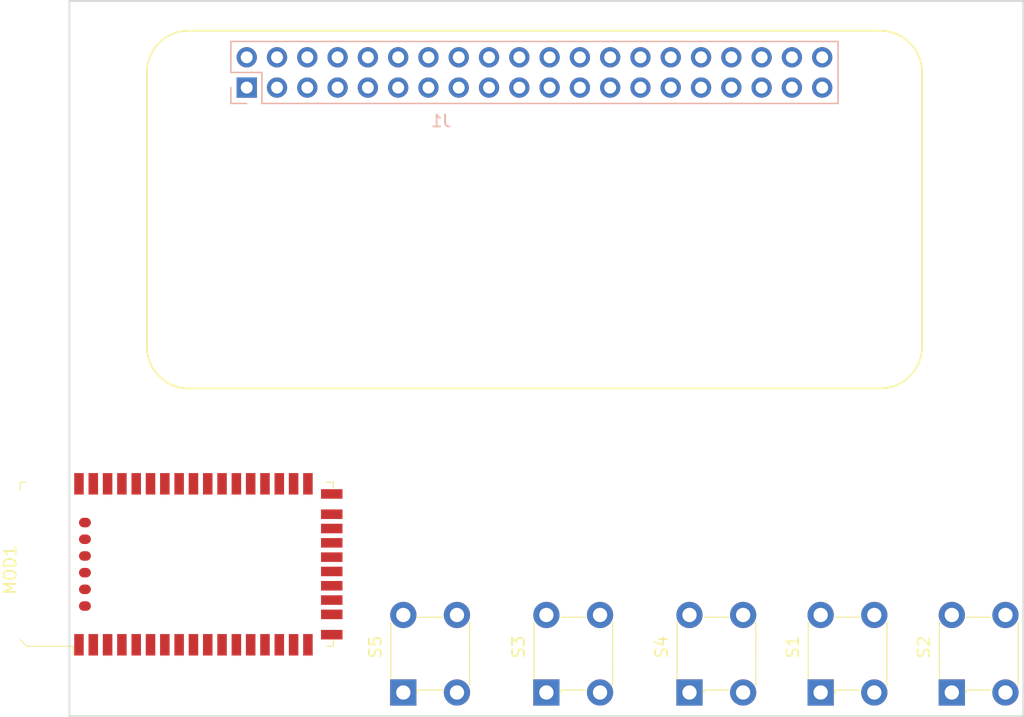
<source format=kicad_pcb>
(kicad_pcb (version 20171130) (host pcbnew "(5.1.5-0)")

  (general
    (thickness 1.6)
    (drawings 21)
    (tracks 0)
    (zones 0)
    (modules 11)
    (nets 11)
  )

  (page A4)
  (title_block
    (title "Raspberry Pi Zero (W) uHAT Template Board")
    (date 2019-02-28)
    (rev 1.0)
    (comment 1 "This PCB design is licensed under MIT Open Source License.")
  )

  (layers
    (0 F.Cu signal)
    (31 B.Cu signal)
    (32 B.Adhes user)
    (33 F.Adhes user)
    (34 B.Paste user)
    (35 F.Paste user)
    (36 B.SilkS user)
    (37 F.SilkS user)
    (38 B.Mask user)
    (39 F.Mask user)
    (40 Dwgs.User user)
    (41 Cmts.User user hide)
    (42 Eco1.User user)
    (43 Eco2.User user)
    (44 Edge.Cuts user)
    (45 Margin user)
    (46 B.CrtYd user)
    (47 F.CrtYd user)
    (48 B.Fab user hide)
    (49 F.Fab user hide)
  )

  (setup
    (last_trace_width 0.25)
    (trace_clearance 0.2)
    (zone_clearance 0.508)
    (zone_45_only no)
    (trace_min 0.2)
    (via_size 0.8)
    (via_drill 0.4)
    (via_min_size 0.4)
    (via_min_drill 0.3)
    (uvia_size 0.3)
    (uvia_drill 0.1)
    (uvias_allowed no)
    (uvia_min_size 0.2)
    (uvia_min_drill 0.1)
    (edge_width 0.15)
    (segment_width 0.2)
    (pcb_text_width 0.3)
    (pcb_text_size 1.5 1.5)
    (mod_edge_width 0.15)
    (mod_text_size 1 1)
    (mod_text_width 0.15)
    (pad_size 1.524 1.524)
    (pad_drill 0.762)
    (pad_to_mask_clearance 0.051)
    (solder_mask_min_width 0.25)
    (aux_axis_origin 121.032 90.568)
    (grid_origin 121.032 94.568)
    (visible_elements FFFFFF7F)
    (pcbplotparams
      (layerselection 0x010fc_ffffffff)
      (usegerberextensions false)
      (usegerberattributes false)
      (usegerberadvancedattributes false)
      (creategerberjobfile false)
      (excludeedgelayer true)
      (linewidth 0.100000)
      (plotframeref false)
      (viasonmask false)
      (mode 1)
      (useauxorigin false)
      (hpglpennumber 1)
      (hpglpenspeed 20)
      (hpglpendiameter 15.000000)
      (psnegative false)
      (psa4output false)
      (plotreference true)
      (plotvalue true)
      (plotinvisibletext false)
      (padsonsilk false)
      (subtractmaskfromsilk false)
      (outputformat 1)
      (mirror false)
      (drillshape 1)
      (scaleselection 1)
      (outputdirectory ""))
  )

  (net 0 "")
  (net 1 +3V3)
  (net 2 +5V)
  (net 3 GND)
  (net 4 /GPIO14_TXD0)
  (net 5 /GPIO15_RXD0)
  (net 6 /VOL_UP)
  (net 7 /NXT_TRK)
  (net 8 /PLY_PS)
  (net 9 /PREV_TRK)
  (net 10 /VOL_DWN)

  (net_class Default "This is the default net class."
    (clearance 0.2)
    (trace_width 0.25)
    (via_dia 0.8)
    (via_drill 0.4)
    (uvia_dia 0.3)
    (uvia_drill 0.1)
    (add_net +3V3)
    (add_net +5V)
    (add_net /GPIO10_SPI_MOSI)
    (add_net /GPIO11_SPI_SCLK)
    (add_net /GPIO12)
    (add_net /GPIO13)
    (add_net /GPIO14_TXD0)
    (add_net /GPIO15_RXD0)
    (add_net /GPIO16)
    (add_net /GPIO17_GEN0)
    (add_net /GPIO18_GEN1)
    (add_net /GPIO19)
    (add_net /GPIO20)
    (add_net /GPIO21)
    (add_net /GPIO22_GEN3)
    (add_net /GPIO23_GEN4)
    (add_net /GPIO24_GEN5)
    (add_net /GPIO25_GEN6)
    (add_net /GPIO26)
    (add_net /GPIO27_GEN2)
    (add_net /GPIO2_SDA1)
    (add_net /GPIO3_SCL1)
    (add_net /GPIO4_GPIO_GCLK)
    (add_net /GPIO5)
    (add_net /GPIO6)
    (add_net /GPIO7_SPI_CE1_N)
    (add_net /GPIO8_SPI_CE0_N)
    (add_net /GPIO9_SPI_MISO)
    (add_net /ID_SC)
    (add_net /ID_SD)
    (add_net /NXT_TRK)
    (add_net /PLY_PS)
    (add_net /PREV_TRK)
    (add_net /SPK_L+)
    (add_net /SPK_L-)
    (add_net /SPK_R+)
    (add_net /SPK_R-)
    (add_net /VOL_DWN)
    (add_net /VOL_UP)
    (add_net GND)
    (add_net GNDA)
    (add_net "Net-(MOD1-Pad1)")
    (add_net "Net-(MOD1-Pad11)")
    (add_net "Net-(MOD1-Pad12)")
    (add_net "Net-(MOD1-Pad13)")
    (add_net "Net-(MOD1-Pad14)")
    (add_net "Net-(MOD1-Pad16)")
    (add_net "Net-(MOD1-Pad18)")
    (add_net "Net-(MOD1-Pad19)")
    (add_net "Net-(MOD1-Pad2)")
    (add_net "Net-(MOD1-Pad20)")
    (add_net "Net-(MOD1-Pad21)")
    (add_net "Net-(MOD1-Pad23)")
    (add_net "Net-(MOD1-Pad24)")
    (add_net "Net-(MOD1-Pad25)")
    (add_net "Net-(MOD1-Pad26)")
    (add_net "Net-(MOD1-Pad27)")
    (add_net "Net-(MOD1-Pad28)")
    (add_net "Net-(MOD1-Pad29)")
    (add_net "Net-(MOD1-Pad3)")
    (add_net "Net-(MOD1-Pad30)")
    (add_net "Net-(MOD1-Pad31)")
    (add_net "Net-(MOD1-Pad32)")
    (add_net "Net-(MOD1-Pad33)")
    (add_net "Net-(MOD1-Pad34)")
    (add_net "Net-(MOD1-Pad35)")
    (add_net "Net-(MOD1-Pad36)")
    (add_net "Net-(MOD1-Pad37)")
    (add_net "Net-(MOD1-Pad38)")
    (add_net "Net-(MOD1-Pad4)")
    (add_net "Net-(MOD1-Pad44)")
    (add_net "Net-(MOD1-Pad45)")
    (add_net "Net-(MOD1-Pad46)")
    (add_net "Net-(MOD1-Pad47)")
    (add_net "Net-(MOD1-Pad48)")
    (add_net "Net-(MOD1-Pad49)")
    (add_net "Net-(MOD1-Pad5)")
    (add_net "Net-(MOD1-Pad50)")
    (add_net "Net-(S1-Pad1)")
    (add_net "Net-(S1-Pad3)")
    (add_net "Net-(S2-Pad1)")
    (add_net "Net-(S2-Pad3)")
    (add_net "Net-(S3-Pad1)")
    (add_net "Net-(S3-Pad3)")
    (add_net "Net-(S4-Pad1)")
    (add_net "Net-(S4-Pad3)")
    (add_net "Net-(S5-Pad1)")
    (add_net "Net-(S5-Pad3)")
  )

  (module digikey-footprints:Switch_Tactile_THT_6x6mm (layer F.Cu) (tedit 5FA857FC) (tstamp 5FA88EA7)
    (at 185.032 142.568 90)
    (descr http://www.te.com/commerce/DocumentDelivery/DDEController?Action=srchrtrv&DocNm=1825910&DocType=Customer+Drawing&DocLang=English)
    (path /5FB429D8)
    (fp_text reference S2 (at 3.81 -2.3368 90) (layer F.SilkS)
      (effects (font (size 1 1) (thickness 0.15)))
    )
    (fp_text value 1825910-6 (at 3.6322 7.0866 90) (layer F.Fab)
      (effects (font (size 1 1) (thickness 0.15)))
    )
    (fp_line (start 0.25 -1) (end 6.25 -1) (layer F.Fab) (width 0.1))
    (fp_line (start 6.25 -1) (end 6.25 5.5) (layer F.Fab) (width 0.1))
    (fp_line (start 6.25 5.5) (end 0.25 5.5) (layer F.Fab) (width 0.1))
    (fp_line (start 0.25 -1) (end 0.25 5.5) (layer F.Fab) (width 0.1))
    (fp_text user %R (at 3.3782 2.286 90) (layer F.Fab)
      (effects (font (size 1 1) (thickness 0.15)))
    )
    (fp_line (start 7.85 -1.35) (end 7.85 5.85) (layer F.CrtYd) (width 0.05))
    (fp_line (start 7.85 5.85) (end -1.35 5.85) (layer F.CrtYd) (width 0.05))
    (fp_line (start 7.85 -1.35) (end -1.35 -1.35) (layer F.CrtYd) (width 0.05))
    (fp_line (start -1.35 -1.35) (end -1.35 5.85) (layer F.CrtYd) (width 0.05))
    (fp_line (start 1.2 -1.0414) (end 5.8674 -1.0414) (layer F.SilkS) (width 0.1))
    (fp_line (start 0.2032 1.1938) (end 0.2032 3.302) (layer F.SilkS) (width 0.1))
    (fp_line (start 6.3092 1.2048) (end 6.3092 3.3) (layer F.SilkS) (width 0.1))
    (fp_line (start 5.8928 5.5626) (end 0.6 5.5528) (layer F.SilkS) (width 0.1))
    (fp_line (start 0.2032 1.2004) (end -0.0468 1.2004) (layer F.SilkS) (width 0.1))
    (pad 3 thru_hole circle (at 0 4.5 90) (size 2.2 2.2) (drill 1.2) (layers *.Cu *.Mask))
    (pad 4 thru_hole circle (at 6.5 4.5 90) (size 2.2 2.2) (drill 1.2) (layers *.Cu *.Mask)
      (net 3 GND))
    (pad 2 thru_hole circle (at 6.5 0 90) (size 2.2 2.2) (drill 1.2) (layers *.Cu *.Mask)
      (net 10 /VOL_DWN))
    (pad 1 thru_hole rect (at 0 0 90) (size 2.2 2.2) (drill 1.2) (layers *.Cu *.Mask))
    (model "/Users/paul.lebel/Google Drive File Stream/My Drive/Personal/RainbowPlay/1825910-6--3DModel-STEP-56544.STEP"
      (offset (xyz 3.25 -2 0.25))
      (scale (xyz 1 1 1))
      (rotate (xyz -90 0 90))
    )
  )

  (module digikey-footprints:Switch_Tactile_THT_6x6mm (layer F.Cu) (tedit 5FA857FC) (tstamp 5FA88E91)
    (at 174.032 142.568 90)
    (descr http://www.te.com/commerce/DocumentDelivery/DDEController?Action=srchrtrv&DocNm=1825910&DocType=Customer+Drawing&DocLang=English)
    (path /5FBD51D1)
    (fp_text reference S1 (at 3.81 -2.3368 90) (layer F.SilkS)
      (effects (font (size 1 1) (thickness 0.15)))
    )
    (fp_text value 1825910-6 (at 3.6322 7.0866 90) (layer F.Fab)
      (effects (font (size 1 1) (thickness 0.15)))
    )
    (fp_line (start 0.25 -1) (end 6.25 -1) (layer F.Fab) (width 0.1))
    (fp_line (start 6.25 -1) (end 6.25 5.5) (layer F.Fab) (width 0.1))
    (fp_line (start 6.25 5.5) (end 0.25 5.5) (layer F.Fab) (width 0.1))
    (fp_line (start 0.25 -1) (end 0.25 5.5) (layer F.Fab) (width 0.1))
    (fp_text user %R (at 3.3782 2.286 90) (layer F.Fab)
      (effects (font (size 1 1) (thickness 0.15)))
    )
    (fp_line (start 7.85 -1.35) (end 7.85 5.85) (layer F.CrtYd) (width 0.05))
    (fp_line (start 7.85 5.85) (end -1.35 5.85) (layer F.CrtYd) (width 0.05))
    (fp_line (start 7.85 -1.35) (end -1.35 -1.35) (layer F.CrtYd) (width 0.05))
    (fp_line (start -1.35 -1.35) (end -1.35 5.85) (layer F.CrtYd) (width 0.05))
    (fp_line (start 1.2 -1.0414) (end 5.8674 -1.0414) (layer F.SilkS) (width 0.1))
    (fp_line (start 0.2032 1.1938) (end 0.2032 3.302) (layer F.SilkS) (width 0.1))
    (fp_line (start 6.3092 1.2048) (end 6.3092 3.3) (layer F.SilkS) (width 0.1))
    (fp_line (start 5.8928 5.5626) (end 0.6 5.5528) (layer F.SilkS) (width 0.1))
    (fp_line (start 0.2032 1.2004) (end -0.0468 1.2004) (layer F.SilkS) (width 0.1))
    (pad 3 thru_hole circle (at 0 4.5 90) (size 2.2 2.2) (drill 1.2) (layers *.Cu *.Mask))
    (pad 4 thru_hole circle (at 6.5 4.5 90) (size 2.2 2.2) (drill 1.2) (layers *.Cu *.Mask)
      (net 3 GND))
    (pad 2 thru_hole circle (at 6.5 0 90) (size 2.2 2.2) (drill 1.2) (layers *.Cu *.Mask)
      (net 6 /VOL_UP))
    (pad 1 thru_hole rect (at 0 0 90) (size 2.2 2.2) (drill 1.2) (layers *.Cu *.Mask))
    (model "/Users/paul.lebel/Google Drive File Stream/My Drive/Personal/RainbowPlay/1825910-6--3DModel-STEP-56544.STEP"
      (offset (xyz 3.25 -2 0.25))
      (scale (xyz 1 1 1))
      (rotate (xyz -90 0 90))
    )
  )

  (module digikey-footprints:Switch_Tactile_THT_6x6mm (layer F.Cu) (tedit 5FA857FC) (tstamp 5FA88ED3)
    (at 163.032 142.568 90)
    (descr http://www.te.com/commerce/DocumentDelivery/DDEController?Action=srchrtrv&DocNm=1825910&DocType=Customer+Drawing&DocLang=English)
    (path /5FB40DF4)
    (fp_text reference S4 (at 3.81 -2.3368 90) (layer F.SilkS)
      (effects (font (size 1 1) (thickness 0.15)))
    )
    (fp_text value 1825910-6 (at 3.6322 7.0866 90) (layer F.Fab)
      (effects (font (size 1 1) (thickness 0.15)))
    )
    (fp_line (start 0.25 -1) (end 6.25 -1) (layer F.Fab) (width 0.1))
    (fp_line (start 6.25 -1) (end 6.25 5.5) (layer F.Fab) (width 0.1))
    (fp_line (start 6.25 5.5) (end 0.25 5.5) (layer F.Fab) (width 0.1))
    (fp_line (start 0.25 -1) (end 0.25 5.5) (layer F.Fab) (width 0.1))
    (fp_text user %R (at 3.3782 2.286 90) (layer F.Fab)
      (effects (font (size 1 1) (thickness 0.15)))
    )
    (fp_line (start 7.85 -1.35) (end 7.85 5.85) (layer F.CrtYd) (width 0.05))
    (fp_line (start 7.85 5.85) (end -1.35 5.85) (layer F.CrtYd) (width 0.05))
    (fp_line (start 7.85 -1.35) (end -1.35 -1.35) (layer F.CrtYd) (width 0.05))
    (fp_line (start -1.35 -1.35) (end -1.35 5.85) (layer F.CrtYd) (width 0.05))
    (fp_line (start 1.2 -1.0414) (end 5.8674 -1.0414) (layer F.SilkS) (width 0.1))
    (fp_line (start 0.2032 1.1938) (end 0.2032 3.302) (layer F.SilkS) (width 0.1))
    (fp_line (start 6.3092 1.2048) (end 6.3092 3.3) (layer F.SilkS) (width 0.1))
    (fp_line (start 5.8928 5.5626) (end 0.6 5.5528) (layer F.SilkS) (width 0.1))
    (fp_line (start 0.2032 1.2004) (end -0.0468 1.2004) (layer F.SilkS) (width 0.1))
    (pad 3 thru_hole circle (at 0 4.5 90) (size 2.2 2.2) (drill 1.2) (layers *.Cu *.Mask))
    (pad 4 thru_hole circle (at 6.5 4.5 90) (size 2.2 2.2) (drill 1.2) (layers *.Cu *.Mask)
      (net 3 GND))
    (pad 2 thru_hole circle (at 6.5 0 90) (size 2.2 2.2) (drill 1.2) (layers *.Cu *.Mask)
      (net 7 /NXT_TRK))
    (pad 1 thru_hole rect (at 0 0 90) (size 2.2 2.2) (drill 1.2) (layers *.Cu *.Mask))
    (model "/Users/paul.lebel/Google Drive File Stream/My Drive/Personal/RainbowPlay/1825910-6--3DModel-STEP-56544.STEP"
      (offset (xyz 3.25 -2 0.25))
      (scale (xyz 1 1 1))
      (rotate (xyz -90 0 90))
    )
  )

  (module digikey-footprints:Switch_Tactile_THT_6x6mm (layer F.Cu) (tedit 5FA857FC) (tstamp 5FA88EBD)
    (at 151.032 142.568 90)
    (descr http://www.te.com/commerce/DocumentDelivery/DDEController?Action=srchrtrv&DocNm=1825910&DocType=Customer+Drawing&DocLang=English)
    (path /5FB405EB)
    (fp_text reference S3 (at 3.81 -2.3368 90) (layer F.SilkS)
      (effects (font (size 1 1) (thickness 0.15)))
    )
    (fp_text value 1825910-6 (at 3.6322 7.0866 90) (layer F.Fab)
      (effects (font (size 1 1) (thickness 0.15)))
    )
    (fp_line (start 0.25 -1) (end 6.25 -1) (layer F.Fab) (width 0.1))
    (fp_line (start 6.25 -1) (end 6.25 5.5) (layer F.Fab) (width 0.1))
    (fp_line (start 6.25 5.5) (end 0.25 5.5) (layer F.Fab) (width 0.1))
    (fp_line (start 0.25 -1) (end 0.25 5.5) (layer F.Fab) (width 0.1))
    (fp_text user %R (at 3.3782 2.286 90) (layer F.Fab)
      (effects (font (size 1 1) (thickness 0.15)))
    )
    (fp_line (start 7.85 -1.35) (end 7.85 5.85) (layer F.CrtYd) (width 0.05))
    (fp_line (start 7.85 5.85) (end -1.35 5.85) (layer F.CrtYd) (width 0.05))
    (fp_line (start 7.85 -1.35) (end -1.35 -1.35) (layer F.CrtYd) (width 0.05))
    (fp_line (start -1.35 -1.35) (end -1.35 5.85) (layer F.CrtYd) (width 0.05))
    (fp_line (start 1.2 -1.0414) (end 5.8674 -1.0414) (layer F.SilkS) (width 0.1))
    (fp_line (start 0.2032 1.1938) (end 0.2032 3.302) (layer F.SilkS) (width 0.1))
    (fp_line (start 6.3092 1.2048) (end 6.3092 3.3) (layer F.SilkS) (width 0.1))
    (fp_line (start 5.8928 5.5626) (end 0.6 5.5528) (layer F.SilkS) (width 0.1))
    (fp_line (start 0.2032 1.2004) (end -0.0468 1.2004) (layer F.SilkS) (width 0.1))
    (pad 3 thru_hole circle (at 0 4.5 90) (size 2.2 2.2) (drill 1.2) (layers *.Cu *.Mask))
    (pad 4 thru_hole circle (at 6.5 4.5 90) (size 2.2 2.2) (drill 1.2) (layers *.Cu *.Mask)
      (net 3 GND))
    (pad 2 thru_hole circle (at 6.5 0 90) (size 2.2 2.2) (drill 1.2) (layers *.Cu *.Mask)
      (net 9 /PREV_TRK))
    (pad 1 thru_hole rect (at 0 0 90) (size 2.2 2.2) (drill 1.2) (layers *.Cu *.Mask))
    (model "/Users/paul.lebel/Google Drive File Stream/My Drive/Personal/RainbowPlay/1825910-6--3DModel-STEP-56544.STEP"
      (offset (xyz 3.25 -2 0.25))
      (scale (xyz 1 1 1))
      (rotate (xyz -90 0 90))
    )
  )

  (module digikey-footprints:Switch_Tactile_THT_6x6mm (layer F.Cu) (tedit 5FA857FC) (tstamp 5FA88EE9)
    (at 139.032 142.568 90)
    (descr http://www.te.com/commerce/DocumentDelivery/DDEController?Action=srchrtrv&DocNm=1825910&DocType=Customer+Drawing&DocLang=English)
    (path /5FB41B19)
    (fp_text reference S5 (at 3.81 -2.3368 90) (layer F.SilkS)
      (effects (font (size 1 1) (thickness 0.15)))
    )
    (fp_text value 1825910-6 (at 3.6322 7.0866 90) (layer F.Fab)
      (effects (font (size 1 1) (thickness 0.15)))
    )
    (fp_line (start 0.25 -1) (end 6.25 -1) (layer F.Fab) (width 0.1))
    (fp_line (start 6.25 -1) (end 6.25 5.5) (layer F.Fab) (width 0.1))
    (fp_line (start 6.25 5.5) (end 0.25 5.5) (layer F.Fab) (width 0.1))
    (fp_line (start 0.25 -1) (end 0.25 5.5) (layer F.Fab) (width 0.1))
    (fp_text user %R (at 3.3782 2.286 90) (layer F.Fab)
      (effects (font (size 1 1) (thickness 0.15)))
    )
    (fp_line (start 7.85 -1.35) (end 7.85 5.85) (layer F.CrtYd) (width 0.05))
    (fp_line (start 7.85 5.85) (end -1.35 5.85) (layer F.CrtYd) (width 0.05))
    (fp_line (start 7.85 -1.35) (end -1.35 -1.35) (layer F.CrtYd) (width 0.05))
    (fp_line (start -1.35 -1.35) (end -1.35 5.85) (layer F.CrtYd) (width 0.05))
    (fp_line (start 1.2 -1.0414) (end 5.8674 -1.0414) (layer F.SilkS) (width 0.1))
    (fp_line (start 0.2032 1.1938) (end 0.2032 3.302) (layer F.SilkS) (width 0.1))
    (fp_line (start 6.3092 1.2048) (end 6.3092 3.3) (layer F.SilkS) (width 0.1))
    (fp_line (start 5.8928 5.5626) (end 0.6 5.5528) (layer F.SilkS) (width 0.1))
    (fp_line (start 0.2032 1.2004) (end -0.0468 1.2004) (layer F.SilkS) (width 0.1))
    (pad 3 thru_hole circle (at 0 4.5 90) (size 2.2 2.2) (drill 1.2) (layers *.Cu *.Mask))
    (pad 4 thru_hole circle (at 6.5 4.5 90) (size 2.2 2.2) (drill 1.2) (layers *.Cu *.Mask)
      (net 3 GND))
    (pad 2 thru_hole circle (at 6.5 0 90) (size 2.2 2.2) (drill 1.2) (layers *.Cu *.Mask)
      (net 8 /PLY_PS))
    (pad 1 thru_hole rect (at 0 0 90) (size 2.2 2.2) (drill 1.2) (layers *.Cu *.Mask))
    (model "/Users/paul.lebel/Google Drive File Stream/My Drive/Personal/RainbowPlay/1825910-6--3DModel-STEP-56544.STEP"
      (offset (xyz 3.25 -2 0.25))
      (scale (xyz 1 1 1))
      (rotate (xyz -90 0 90))
    )
  )

  (module digikey-footprints:Bluetooth_Module_RN52-IRM (layer F.Cu) (tedit 5D288E6B) (tstamp 5FA88E7B)
    (at 133.032 138.568 90)
    (path /5FA96E11)
    (attr smd)
    (fp_text reference MOD1 (at 6.275 -26.975 90) (layer F.SilkS)
      (effects (font (size 1 1) (thickness 0.15)))
    )
    (fp_text value RN52-I_RM (at 6.575 2.05 90) (layer F.Fab)
      (effects (font (size 1 1) (thickness 0.15)))
    )
    (fp_line (start 13.5 -26) (end 13.5 0) (layer F.Fab) (width 0.1))
    (fp_line (start 13.5 0) (end 0 0) (layer F.Fab) (width 0.1))
    (fp_line (start 0.475 -26) (end 0 -25.525) (layer F.Fab) (width 0.1))
    (fp_line (start 0.475 -26) (end 13.5 -26) (layer F.Fab) (width 0.1))
    (fp_line (start 0 -25.525) (end 0 0) (layer F.Fab) (width 0.1))
    (fp_line (start -0.125 -21.675) (end -0.85 -21.675) (layer F.SilkS) (width 0.1))
    (fp_line (start -0.125 -25.575) (end -0.125 -21.675) (layer F.SilkS) (width 0.1))
    (fp_line (start 0.425 -26.125) (end -0.125 -25.575) (layer F.SilkS) (width 0.1))
    (fp_line (start 13.625 -26.125) (end 13.625 -25.625) (layer F.SilkS) (width 0.1))
    (fp_line (start 13 -26.125) (end 13.625 -26.125) (layer F.SilkS) (width 0.1))
    (fp_line (start 13.625 0.125) (end 13.625 -0.425) (layer F.SilkS) (width 0.1))
    (fp_line (start 13.075 0.125) (end 13.625 0.125) (layer F.SilkS) (width 0.1))
    (fp_line (start -0.125 0.125) (end -0.125 -0.425) (layer F.SilkS) (width 0.1))
    (fp_line (start 0.4 0.125) (end -0.125 0.125) (layer F.SilkS) (width 0.1))
    (fp_text user %R (at 6.075 -12.025 90) (layer F.Fab)
      (effects (font (size 1 1) (thickness 0.15)))
    )
    (fp_line (start 14.65 -26.3) (end -1.15 -26.3) (layer F.CrtYd) (width 0.05))
    (fp_line (start -1.15 -26.3) (end -1.15 1.15) (layer F.CrtYd) (width 0.05))
    (fp_line (start -1.15 1.15) (end 14.65 1.15) (layer F.CrtYd) (width 0.05))
    (fp_line (start 14.65 1.15) (end 14.65 -26.3) (layer F.CrtYd) (width 0.05))
    (pad 45 smd oval (at 10.25 -20.7 90) (size 0.8 1) (layers F.Cu F.Paste F.Mask))
    (pad 46 smd oval (at 8.85 -20.7 90) (size 0.8 1) (layers F.Cu F.Paste F.Mask))
    (pad 47 smd oval (at 7.45 -20.7 90) (size 0.8 1) (layers F.Cu F.Paste F.Mask))
    (pad 48 smd oval (at 6.05 -20.7 90) (size 0.8 1) (layers F.Cu F.Paste F.Mask))
    (pad 49 smd oval (at 4.65 -20.7 90) (size 0.8 1) (layers F.Cu F.Paste F.Mask))
    (pad 50 smd oval (at 3.25 -20.7 90) (size 0.8 1) (layers F.Cu F.Paste F.Mask))
    (pad 27 smd rect (at 12.65 0 90) (size 0.8 1.8) (layers F.Cu F.Paste F.Mask))
    (pad 26 smd rect (at 10.95 0 90) (size 0.8 1.8) (layers F.Cu F.Paste F.Mask))
    (pad 25 smd rect (at 9.75 0 90) (size 0.8 1.8) (layers F.Cu F.Paste F.Mask))
    (pad 24 smd rect (at 8.55 0 90) (size 0.8 1.8) (layers F.Cu F.Paste F.Mask))
    (pad 23 smd rect (at 7.35 0 90) (size 0.8 1.8) (layers F.Cu F.Paste F.Mask))
    (pad 22 smd rect (at 6.15 0 90) (size 0.8 1.8) (layers F.Cu F.Paste F.Mask)
      (net 1 +3V3))
    (pad 21 smd rect (at 4.95 0 90) (size 0.8 1.8) (layers F.Cu F.Paste F.Mask))
    (pad 20 smd rect (at 3.75 0 90) (size 0.8 1.8) (layers F.Cu F.Paste F.Mask))
    (pad 19 smd rect (at 2.55 0 90) (size 0.8 1.8) (layers F.Cu F.Paste F.Mask))
    (pad 18 smd rect (at 0.85 0 90) (size 0.8 1.8) (layers F.Cu F.Paste F.Mask))
    (pad 44 smd rect (at 13.5 -21.2 90) (size 1.8 0.8) (layers F.Cu F.Paste F.Mask))
    (pad 43 smd rect (at 13.5 -20 90) (size 1.8 0.8) (layers F.Cu F.Paste F.Mask))
    (pad 42 smd rect (at 13.5 -18.8 90) (size 1.8 0.8) (layers F.Cu F.Paste F.Mask))
    (pad 41 smd rect (at 13.5 -17.6 90) (size 1.8 0.8) (layers F.Cu F.Paste F.Mask))
    (pad 40 smd rect (at 13.5 -16.4 90) (size 1.8 0.8) (layers F.Cu F.Paste F.Mask))
    (pad 39 smd rect (at 13.5 -15.2 90) (size 1.8 0.8) (layers F.Cu F.Paste F.Mask))
    (pad 38 smd rect (at 13.5 -14 90) (size 1.8 0.8) (layers F.Cu F.Paste F.Mask))
    (pad 37 smd rect (at 13.5 -12.8 90) (size 1.8 0.8) (layers F.Cu F.Paste F.Mask))
    (pad 36 smd rect (at 13.5 -11.6 90) (size 1.8 0.8) (layers F.Cu F.Paste F.Mask))
    (pad 35 smd rect (at 13.5 -10.4 90) (size 1.8 0.8) (layers F.Cu F.Paste F.Mask))
    (pad 34 smd rect (at 13.5 -9.2 90) (size 1.8 0.8) (layers F.Cu F.Paste F.Mask))
    (pad 33 smd rect (at 13.5 -8 90) (size 1.8 0.8) (layers F.Cu F.Paste F.Mask))
    (pad 32 smd rect (at 13.5 -6.8 90) (size 1.8 0.8) (layers F.Cu F.Paste F.Mask))
    (pad 31 smd rect (at 13.5 -5.6 90) (size 1.8 0.8) (layers F.Cu F.Paste F.Mask))
    (pad 30 smd rect (at 13.5 -4.4 90) (size 1.8 0.8) (layers F.Cu F.Paste F.Mask))
    (pad 29 smd rect (at 13.5 -3.2 90) (size 1.8 0.8) (layers F.Cu F.Paste F.Mask))
    (pad 28 smd rect (at 13.5 -2 90) (size 1.8 0.8) (layers F.Cu F.Paste F.Mask))
    (pad 1 smd rect (at 0 -21.2 90) (size 1.8 0.8) (layers F.Cu F.Paste F.Mask))
    (pad 2 smd rect (at 0 -20 90) (size 1.8 0.8) (layers F.Cu F.Paste F.Mask))
    (pad 3 smd rect (at 0 -18.8 90) (size 1.8 0.8) (layers F.Cu F.Paste F.Mask))
    (pad 4 smd rect (at 0 -17.6 90) (size 1.8 0.8) (layers F.Cu F.Paste F.Mask))
    (pad 5 smd rect (at 0 -16.4 90) (size 1.8 0.8) (layers F.Cu F.Paste F.Mask))
    (pad 6 smd rect (at 0 -15.2 90) (size 1.8 0.8) (layers F.Cu F.Paste F.Mask)
      (net 6 /VOL_UP))
    (pad 7 smd rect (at 0 -14 90) (size 1.8 0.8) (layers F.Cu F.Paste F.Mask)
      (net 7 /NXT_TRK))
    (pad 8 smd rect (at 0 -12.8 90) (size 1.8 0.8) (layers F.Cu F.Paste F.Mask)
      (net 8 /PLY_PS))
    (pad 9 smd rect (at 0 -11.6 90) (size 1.8 0.8) (layers F.Cu F.Paste F.Mask)
      (net 9 /PREV_TRK))
    (pad 10 smd rect (at 0 -10.4 90) (size 1.8 0.8) (layers F.Cu F.Paste F.Mask)
      (net 10 /VOL_DWN))
    (pad 11 smd rect (at 0 -9.2 90) (size 1.8 0.8) (layers F.Cu F.Paste F.Mask))
    (pad 12 smd rect (at 0 -8 90) (size 1.8 0.8) (layers F.Cu F.Paste F.Mask))
    (pad 13 smd rect (at 0 -6.8 90) (size 1.8 0.8) (layers F.Cu F.Paste F.Mask))
    (pad 14 smd rect (at 0 -5.6 90) (size 1.8 0.8) (layers F.Cu F.Paste F.Mask))
    (pad 15 smd rect (at 0 -4.4 90) (size 1.8 0.8) (layers F.Cu F.Paste F.Mask)
      (net 5 /GPIO15_RXD0))
    (pad 16 smd rect (at 0 -3.2 90) (size 1.8 0.8) (layers F.Cu F.Paste F.Mask))
    (pad 17 smd rect (at 0 -2 90) (size 1.8 0.8) (layers F.Cu F.Paste F.Mask)
      (net 4 /GPIO14_TXD0))
  )

  (module lib:PinSocket_2x20_P2.54mm_Vertical_Centered_Anchor (layer B.Cu) (tedit 5C78E1B8) (tstamp 5FA88B41)
    (at 125.902 91.838 270)
    (descr "Through hole straight socket strip, 2x20, 2.54mm pitch, double cols (from Kicad 4.0.7), script generated")
    (tags "Through hole socket strip THT 2x20 2.54mm double row")
    (path /5C77771F)
    (fp_text reference J1 (at 2.8 -16.3) (layer B.SilkS)
      (effects (font (size 1 1) (thickness 0.15)) (justify mirror))
    )
    (fp_text value GPIO_CONNECTOR (at 2.7 -27.3) (layer B.Fab)
      (effects (font (size 1 1) (thickness 0.15)) (justify mirror))
    )
    (fp_line (start -3.81 1.27) (end 0.27 1.27) (layer B.Fab) (width 0.1))
    (fp_line (start 0.27 1.27) (end 1.27 0.27) (layer B.Fab) (width 0.1))
    (fp_line (start 1.27 0.27) (end 1.27 -49.53) (layer B.Fab) (width 0.1))
    (fp_line (start 1.27 -49.53) (end -3.81 -49.53) (layer B.Fab) (width 0.1))
    (fp_line (start -3.81 -49.53) (end -3.81 1.27) (layer B.Fab) (width 0.1))
    (fp_line (start -3.87 1.33) (end -1.27 1.33) (layer B.SilkS) (width 0.12))
    (fp_line (start -3.87 1.33) (end -3.87 -49.59) (layer B.SilkS) (width 0.12))
    (fp_line (start -3.87 -49.59) (end 1.33 -49.59) (layer B.SilkS) (width 0.12))
    (fp_line (start 1.33 -1.27) (end 1.33 -49.59) (layer B.SilkS) (width 0.12))
    (fp_line (start -1.27 -1.27) (end 1.33 -1.27) (layer B.SilkS) (width 0.12))
    (fp_line (start -1.27 1.33) (end -1.27 -1.27) (layer B.SilkS) (width 0.12))
    (fp_line (start 1.33 1.33) (end 1.33 0) (layer B.SilkS) (width 0.12))
    (fp_line (start 0 1.33) (end 1.33 1.33) (layer B.SilkS) (width 0.12))
    (fp_line (start -4.34 1.8) (end 1.76 1.8) (layer B.CrtYd) (width 0.05))
    (fp_line (start 1.76 1.8) (end 1.76 -50) (layer B.CrtYd) (width 0.05))
    (fp_line (start 1.76 -50) (end -4.34 -50) (layer B.CrtYd) (width 0.05))
    (fp_line (start -4.34 -50) (end -4.34 1.8) (layer B.CrtYd) (width 0.05))
    (fp_text user %R (at 2.8 -18.3 180) (layer B.Fab)
      (effects (font (size 1 1) (thickness 0.15)) (justify mirror))
    )
    (pad 1 thru_hole rect (at 0 0 270) (size 1.7 1.7) (drill 1) (layers *.Cu *.Mask)
      (net 1 +3V3))
    (pad 2 thru_hole oval (at -2.54 0 270) (size 1.7 1.7) (drill 1) (layers *.Cu *.Mask)
      (net 2 +5V))
    (pad 3 thru_hole oval (at 0 -2.54 270) (size 1.7 1.7) (drill 1) (layers *.Cu *.Mask))
    (pad 4 thru_hole oval (at -2.54 -2.54 270) (size 1.7 1.7) (drill 1) (layers *.Cu *.Mask)
      (net 2 +5V))
    (pad 5 thru_hole oval (at 0 -5.08 270) (size 1.7 1.7) (drill 1) (layers *.Cu *.Mask))
    (pad 6 thru_hole oval (at -2.54 -5.08 270) (size 1.7 1.7) (drill 1) (layers *.Cu *.Mask)
      (net 3 GND))
    (pad 7 thru_hole oval (at 0 -7.62 270) (size 1.7 1.7) (drill 1) (layers *.Cu *.Mask))
    (pad 8 thru_hole oval (at -2.54 -7.62 270) (size 1.7 1.7) (drill 1) (layers *.Cu *.Mask)
      (net 4 /GPIO14_TXD0))
    (pad 9 thru_hole oval (at 0 -10.16 270) (size 1.7 1.7) (drill 1) (layers *.Cu *.Mask)
      (net 3 GND))
    (pad 10 thru_hole oval (at -2.54 -10.16 270) (size 1.7 1.7) (drill 1) (layers *.Cu *.Mask)
      (net 5 /GPIO15_RXD0))
    (pad 11 thru_hole oval (at 0 -12.7 270) (size 1.7 1.7) (drill 1) (layers *.Cu *.Mask))
    (pad 12 thru_hole oval (at -2.54 -12.7 270) (size 1.7 1.7) (drill 1) (layers *.Cu *.Mask))
    (pad 13 thru_hole oval (at 0 -15.24 270) (size 1.7 1.7) (drill 1) (layers *.Cu *.Mask))
    (pad 14 thru_hole oval (at -2.54 -15.24 270) (size 1.7 1.7) (drill 1) (layers *.Cu *.Mask)
      (net 3 GND))
    (pad 15 thru_hole oval (at 0 -17.78 270) (size 1.7 1.7) (drill 1) (layers *.Cu *.Mask))
    (pad 16 thru_hole oval (at -2.54 -17.78 270) (size 1.7 1.7) (drill 1) (layers *.Cu *.Mask))
    (pad 17 thru_hole oval (at 0 -20.32 270) (size 1.7 1.7) (drill 1) (layers *.Cu *.Mask)
      (net 1 +3V3))
    (pad 18 thru_hole oval (at -2.54 -20.32 270) (size 1.7 1.7) (drill 1) (layers *.Cu *.Mask))
    (pad 19 thru_hole oval (at 0 -22.86 270) (size 1.7 1.7) (drill 1) (layers *.Cu *.Mask))
    (pad 20 thru_hole oval (at -2.54 -22.86 270) (size 1.7 1.7) (drill 1) (layers *.Cu *.Mask)
      (net 3 GND))
    (pad 21 thru_hole oval (at 0 -25.4 270) (size 1.7 1.7) (drill 1) (layers *.Cu *.Mask))
    (pad 22 thru_hole oval (at -2.54 -25.4 270) (size 1.7 1.7) (drill 1) (layers *.Cu *.Mask))
    (pad 23 thru_hole oval (at 0 -27.94 270) (size 1.7 1.7) (drill 1) (layers *.Cu *.Mask))
    (pad 24 thru_hole oval (at -2.54 -27.94 270) (size 1.7 1.7) (drill 1) (layers *.Cu *.Mask))
    (pad 25 thru_hole oval (at 0 -30.48 270) (size 1.7 1.7) (drill 1) (layers *.Cu *.Mask)
      (net 3 GND))
    (pad 26 thru_hole oval (at -2.54 -30.48 270) (size 1.7 1.7) (drill 1) (layers *.Cu *.Mask))
    (pad 27 thru_hole oval (at 0 -33.02 270) (size 1.7 1.7) (drill 1) (layers *.Cu *.Mask))
    (pad 28 thru_hole oval (at -2.54 -33.02 270) (size 1.7 1.7) (drill 1) (layers *.Cu *.Mask))
    (pad 29 thru_hole oval (at 0 -35.56 270) (size 1.7 1.7) (drill 1) (layers *.Cu *.Mask))
    (pad 30 thru_hole oval (at -2.54 -35.56 270) (size 1.7 1.7) (drill 1) (layers *.Cu *.Mask)
      (net 3 GND))
    (pad 31 thru_hole oval (at 0 -38.1 270) (size 1.7 1.7) (drill 1) (layers *.Cu *.Mask))
    (pad 32 thru_hole oval (at -2.54 -38.1 270) (size 1.7 1.7) (drill 1) (layers *.Cu *.Mask))
    (pad 33 thru_hole oval (at 0 -40.64 270) (size 1.7 1.7) (drill 1) (layers *.Cu *.Mask))
    (pad 34 thru_hole oval (at -2.54 -40.64 270) (size 1.7 1.7) (drill 1) (layers *.Cu *.Mask)
      (net 3 GND))
    (pad 35 thru_hole oval (at 0 -43.18 270) (size 1.7 1.7) (drill 1) (layers *.Cu *.Mask))
    (pad 36 thru_hole oval (at -2.54 -43.18 270) (size 1.7 1.7) (drill 1) (layers *.Cu *.Mask))
    (pad 37 thru_hole oval (at 0 -45.72 270) (size 1.7 1.7) (drill 1) (layers *.Cu *.Mask))
    (pad 38 thru_hole oval (at -2.54 -45.72 270) (size 1.7 1.7) (drill 1) (layers *.Cu *.Mask))
    (pad 39 thru_hole oval (at 0 -48.26 270) (size 1.7 1.7) (drill 1) (layers *.Cu *.Mask)
      (net 3 GND))
    (pad 40 thru_hole oval (at -2.54 -48.26 270) (size 1.7 1.7) (drill 1) (layers *.Cu *.Mask))
    (model ${KISYS3DMOD}/Connector_PinSocket_2.54mm.3dshapes/PinSocket_2x20_P2.54mm_Vertical.wrl
      (at (xyz 0 0 0))
      (scale (xyz 1 1 1))
      (rotate (xyz 0 0 0))
    )
  )

  (module lib:MountingHole_2.7mm_M2.5_uHAT_RPi locked (layer F.Cu) (tedit 5C78B840) (tstamp 5FA88C0A)
    (at 121.032 90.568)
    (descr "Mounting Hole 2.7mm, no annular, M2.5")
    (tags "mounting hole 2.7mm no annular m2.5")
    (path /5C7C4C81)
    (attr virtual)
    (fp_text reference H1 (at 0 -3.7) (layer F.SilkS) hide
      (effects (font (size 1 1) (thickness 0.15)))
    )
    (fp_text value MountingHole (at 0 3.7) (layer F.Fab) hide
      (effects (font (size 1 1) (thickness 0.15)))
    )
    (fp_text user %R (at 0.3 0) (layer F.Fab)
      (effects (font (size 1 1) (thickness 0.15)))
    )
    (fp_circle (center 0 0) (end 2.7 0) (layer Cmts.User) (width 0.15))
    (fp_circle (center 0 0) (end 2.95 0) (layer F.CrtYd) (width 0.05))
    (pad "" np_thru_hole circle (at 0 0) (size 2.7 2.7) (drill 2.7) (layers *.Cu *.Mask)
      (clearance 1.75))
  )

  (module lib:MountingHole_2.7mm_M2.5_uHAT_RPi locked (layer F.Cu) (tedit 5C78B867) (tstamp 5FA88BF5)
    (at 179.032 90.568)
    (descr "Mounting Hole 2.7mm, no annular, M2.5")
    (tags "mounting hole 2.7mm no annular m2.5")
    (path /5C7C7FBC)
    (attr virtual)
    (fp_text reference H2 (at 0 -3.7) (layer F.SilkS) hide
      (effects (font (size 1 1) (thickness 0.15)))
    )
    (fp_text value MountingHole (at 0 3.7) (layer F.Fab) hide
      (effects (font (size 1 1) (thickness 0.15)))
    )
    (fp_circle (center 0 0) (end 2.95 0) (layer F.CrtYd) (width 0.05))
    (fp_circle (center 0 0) (end 2.7 0) (layer Cmts.User) (width 0.15))
    (fp_text user %R (at 0.3 0) (layer F.Fab)
      (effects (font (size 1 1) (thickness 0.15)))
    )
    (pad "" np_thru_hole circle (at 0 0) (size 2.7 2.7) (drill 2.7) (layers *.Cu *.Mask)
      (clearance 1.75))
  )

  (module lib:MountingHole_2.7mm_M2.5_uHAT_RPi locked (layer F.Cu) (tedit 5C78B860) (tstamp 5FA88BDD)
    (at 179.032 113.568)
    (descr "Mounting Hole 2.7mm, no annular, M2.5")
    (tags "mounting hole 2.7mm no annular m2.5")
    (path /5C7C8014)
    (attr virtual)
    (fp_text reference H3 (at 0 -3.7) (layer F.SilkS) hide
      (effects (font (size 1 1) (thickness 0.15)))
    )
    (fp_text value MountingHole (at 0 3.7) (layer F.Fab) hide
      (effects (font (size 1 1) (thickness 0.15)))
    )
    (fp_text user %R (at 0.3 0) (layer F.Fab)
      (effects (font (size 1 1) (thickness 0.15)))
    )
    (fp_circle (center 0 0) (end 2.7 0) (layer Cmts.User) (width 0.15))
    (fp_circle (center 0 0) (end 2.95 0) (layer F.CrtYd) (width 0.05))
    (pad "" np_thru_hole circle (at 0 0) (size 2.7 2.7) (drill 2.7) (layers *.Cu *.Mask)
      (clearance 1.75))
  )

  (module lib:MountingHole_2.7mm_M2.5_uHAT_RPi locked (layer F.Cu) (tedit 5C78B845) (tstamp 5FA88BC5)
    (at 121.032 113.568)
    (descr "Mounting Hole 2.7mm, no annular, M2.5")
    (tags "mounting hole 2.7mm no annular m2.5")
    (path /5C7C8030)
    (attr virtual)
    (fp_text reference H4 (at 0 -3.7) (layer F.SilkS) hide
      (effects (font (size 1 1) (thickness 0.15)))
    )
    (fp_text value MountingHole (at 0 3.7) (layer F.Fab) hide
      (effects (font (size 1 1) (thickness 0.15)))
    )
    (fp_circle (center 0 0) (end 2.95 0) (layer F.CrtYd) (width 0.05))
    (fp_circle (center 0 0) (end 2.7 0) (layer Cmts.User) (width 0.15))
    (fp_text user %R (at 0.3 0) (layer F.Fab)
      (effects (font (size 1 1) (thickness 0.15)))
    )
    (pad "" np_thru_hole circle (at 0 0) (size 2.7 2.7) (drill 2.7) (layers *.Cu *.Mask)
      (clearance 1.75))
  )

  (gr_line (start 111.032 144.568) (end 111.032 84.568) (layer Edge.Cuts) (width 0.15) (tstamp 5FA88F9B))
  (gr_line (start 191.032 144.568) (end 111.032 144.568) (layer Edge.Cuts) (width 0.15))
  (gr_line (start 191.032 84.568) (end 191.032 144.568) (layer Edge.Cuts) (width 0.15))
  (gr_line (start 111.032 84.568) (end 191.032 84.568) (layer Edge.Cuts) (width 0.15))
  (gr_arc (start 121.032 90.568) (end 121.032 87.068) (angle -90) (layer F.SilkS) (width 0.15) (tstamp 5FA88C19))
  (gr_line (start 117.532 113.568) (end 117.532 90.568) (layer F.SilkS) (width 0.15) (tstamp 5FA88AFF))
  (gr_arc (start 121.032 113.568) (end 117.532 113.568) (angle -90) (layer F.SilkS) (width 0.15) (tstamp 5FA88C1C))
  (gr_line (start 179.032 117.068) (end 121.032 117.068) (layer F.SilkS) (width 0.15) (tstamp 5FA88BEC))
  (gr_arc (start 179.032 113.568) (end 179.032 117.068) (angle -90) (layer F.SilkS) (width 0.15) (tstamp 5FA88AFC))
  (gr_line (start 182.532 90.568) (end 182.532 113.568) (layer F.SilkS) (width 0.15) (tstamp 5FA88BBC))
  (gr_arc (start 179.032 90.568) (end 182.532 90.568) (angle -90) (layer F.SilkS) (width 0.15) (tstamp 5FA88BD4))
  (gr_line (start 121.032 87.068) (end 179.032 87.068) (layer F.SilkS) (width 0.15) (tstamp 5FA88B02))
  (gr_text "Board Corner Radius = 3mm\nAll holes are M2.5" (at 184.278 87.202) (layer Cmts.User)
    (effects (font (size 1.5 1.5) (thickness 0.3)) (justify left))
  )
  (dimension 29 (width 0.3) (layer Cmts.User)
    (gr_text "29.000 mm" (at 135.532 103.868) (layer Cmts.User)
      (effects (font (size 1.5 1.5) (thickness 0.3)))
    )
    (feature1 (pts (xy 121.032 94.568) (xy 121.032 102.354421)))
    (feature2 (pts (xy 150.032 94.568) (xy 150.032 102.354421)))
    (crossbar (pts (xy 150.032 101.768) (xy 121.032 101.768)))
    (arrow1a (pts (xy 121.032 101.768) (xy 122.158504 101.181579)))
    (arrow1b (pts (xy 121.032 101.768) (xy 122.158504 102.354421)))
    (arrow2a (pts (xy 150.032 101.768) (xy 148.905496 101.181579)))
    (arrow2b (pts (xy 150.032 101.768) (xy 148.905496 102.354421)))
  )
  (dimension 6.2 (width 0.3) (layer Cmts.User)
    (gr_text "6.200 mm" (at 179.032 129.268) (layer Cmts.User)
      (effects (font (size 1.5 1.5) (thickness 0.3)))
    )
    (feature1 (pts (xy 182.132 117.568) (xy 182.132 127.754421)))
    (feature2 (pts (xy 175.932 117.568) (xy 175.932 127.754421)))
    (crossbar (pts (xy 175.932 127.168) (xy 182.132 127.168)))
    (arrow1a (pts (xy 182.132 127.168) (xy 181.005496 127.754421)))
    (arrow1b (pts (xy 182.132 127.168) (xy 181.005496 126.581579)))
    (arrow2a (pts (xy 175.932 127.168) (xy 177.058504 127.754421)))
    (arrow2b (pts (xy 175.932 127.168) (xy 177.058504 126.581579)))
  )
  (dimension 3.5 (width 0.3) (layer Cmts.User)
    (gr_text "3.500 mm" (at 111.432 119.318 270) (layer Cmts.User)
      (effects (font (size 1.5 1.5) (thickness 0.3)))
    )
    (feature1 (pts (xy 121.032 121.068) (xy 112.945579 121.068)))
    (feature2 (pts (xy 121.032 117.568) (xy 112.945579 117.568)))
    (crossbar (pts (xy 113.532 117.568) (xy 113.532 121.068)))
    (arrow1a (pts (xy 113.532 121.068) (xy 112.945579 119.941496)))
    (arrow1b (pts (xy 113.532 121.068) (xy 114.118421 119.941496)))
    (arrow2a (pts (xy 113.532 117.568) (xy 112.945579 118.694504)))
    (arrow2b (pts (xy 113.532 117.568) (xy 114.118421 118.694504)))
  )
  (dimension 3.5 (width 0.3) (layer Cmts.User)
    (gr_text "3.500 mm" (at 119.282 125.668) (layer Cmts.User)
      (effects (font (size 1.5 1.5) (thickness 0.3)))
    )
    (feature1 (pts (xy 117.532 117.568) (xy 117.532 124.154421)))
    (feature2 (pts (xy 121.032 117.568) (xy 121.032 124.154421)))
    (crossbar (pts (xy 121.032 123.568) (xy 117.532 123.568)))
    (arrow1a (pts (xy 117.532 123.568) (xy 118.658504 122.981579)))
    (arrow1b (pts (xy 117.532 123.568) (xy 118.658504 124.154421)))
    (arrow2a (pts (xy 121.032 123.568) (xy 119.905496 122.981579)))
    (arrow2b (pts (xy 121.032 123.568) (xy 119.905496 124.154421)))
  )
  (dimension 30 (width 0.3) (layer Cmts.User)
    (gr_text "30.000 mm" (at 194.132 106.068 270) (layer Cmts.User)
      (effects (font (size 1.5 1.5) (thickness 0.3)))
    )
    (feature1 (pts (xy 179.032 121.068) (xy 192.618421 121.068)))
    (feature2 (pts (xy 179.032 91.068) (xy 192.618421 91.068)))
    (crossbar (pts (xy 192.032 91.068) (xy 192.032 121.068)))
    (arrow1a (pts (xy 192.032 121.068) (xy 191.445579 119.941496)))
    (arrow1b (pts (xy 192.032 121.068) (xy 192.618421 119.941496)))
    (arrow2a (pts (xy 192.032 91.068) (xy 191.445579 92.194504)))
    (arrow2b (pts (xy 192.032 91.068) (xy 192.618421 92.194504)))
  )
  (dimension 23 (width 0.3) (layer Cmts.User)
    (gr_text "23.000 mm" (at 188.632 106.068 270) (layer Cmts.User)
      (effects (font (size 1.5 1.5) (thickness 0.3)))
    )
    (feature1 (pts (xy 179.032 117.568) (xy 187.118421 117.568)))
    (feature2 (pts (xy 179.032 94.568) (xy 187.118421 94.568)))
    (crossbar (pts (xy 186.532 94.568) (xy 186.532 117.568)))
    (arrow1a (pts (xy 186.532 117.568) (xy 185.945579 116.441496)))
    (arrow1b (pts (xy 186.532 117.568) (xy 187.118421 116.441496)))
    (arrow2a (pts (xy 186.532 94.568) (xy 185.945579 95.694504)))
    (arrow2b (pts (xy 186.532 94.568) (xy 187.118421 95.694504)))
  )
  (dimension 65 (width 0.3) (layer Cmts.User)
    (gr_text "65.000 mm" (at 150.032 80.468) (layer Cmts.User)
      (effects (font (size 1.5 1.5) (thickness 0.3)))
    )
    (feature1 (pts (xy 182.532 94.568) (xy 182.532 81.981579)))
    (feature2 (pts (xy 117.532 94.568) (xy 117.532 81.981579)))
    (crossbar (pts (xy 117.532 82.568) (xy 182.532 82.568)))
    (arrow1a (pts (xy 182.532 82.568) (xy 181.405496 83.154421)))
    (arrow1b (pts (xy 182.532 82.568) (xy 181.405496 81.981579)))
    (arrow2a (pts (xy 117.532 82.568) (xy 118.658504 83.154421)))
    (arrow2b (pts (xy 117.532 82.568) (xy 118.658504 81.981579)))
  )
  (dimension 58 (width 0.3) (layer Cmts.User)
    (gr_text "58.000 mm" (at 150.032 84.968) (layer Cmts.User)
      (effects (font (size 1.5 1.5) (thickness 0.3)))
    )
    (feature1 (pts (xy 179.032 94.568) (xy 179.032 86.481579)))
    (feature2 (pts (xy 121.032 94.568) (xy 121.032 86.481579)))
    (crossbar (pts (xy 121.032 87.068) (xy 179.032 87.068)))
    (arrow1a (pts (xy 179.032 87.068) (xy 177.905496 87.654421)))
    (arrow1b (pts (xy 179.032 87.068) (xy 177.905496 86.481579)))
    (arrow2a (pts (xy 121.032 87.068) (xy 122.158504 87.654421)))
    (arrow2b (pts (xy 121.032 87.068) (xy 122.158504 86.481579)))
  )

)

</source>
